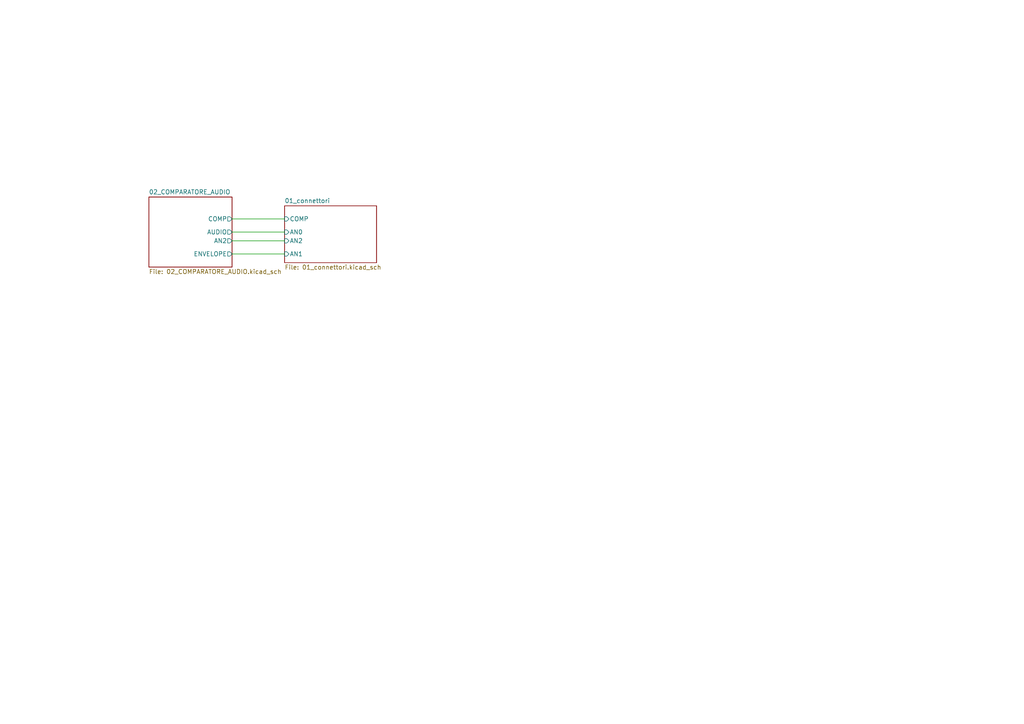
<source format=kicad_sch>
(kicad_sch (version 20211123) (generator eeschema)

  (uuid 9bac9ad3-a7b9-47f0-87c7-d8630653df68)

  (paper "A4")

  (lib_symbols
  )


  (wire (pts (xy 67.31 63.5) (xy 82.55 63.5))
    (stroke (width 0) (type default) (color 0 0 0 0))
    (uuid 221bef83-3ea7-4d3f-adeb-53a8a07c6273)
  )
  (wire (pts (xy 67.31 69.85) (xy 82.55 69.85))
    (stroke (width 0) (type default) (color 0 0 0 0))
    (uuid 2d9a7201-e594-4543-a912-cdcc887a8f42)
  )
  (wire (pts (xy 67.31 73.66) (xy 82.55 73.66))
    (stroke (width 0) (type default) (color 0 0 0 0))
    (uuid 4ba06b66-7669-4c70-b585-f5d4c9c33527)
  )
  (wire (pts (xy 67.31 67.31) (xy 82.55 67.31))
    (stroke (width 0) (type default) (color 0 0 0 0))
    (uuid b52d6ff3-fef1-496e-8dd5-ebb89b6bce6a)
  )

  (sheet (at 82.55 59.69) (size 26.67 16.51) (fields_autoplaced)
    (stroke (width 0) (type solid) (color 0 0 0 0))
    (fill (color 0 0 0 0.0000))
    (uuid 00000000-0000-0000-0000-000060a30064)
    (property "Sheet name" "01_connettori" (id 0) (at 82.55 58.9784 0)
      (effects (font (size 1.27 1.27)) (justify left bottom))
    )
    (property "Sheet file" "01_connettori.kicad_sch" (id 1) (at 82.55 76.7846 0)
      (effects (font (size 1.27 1.27)) (justify left top))
    )
    (pin "COMP" input (at 82.55 63.5 180)
      (effects (font (size 1.27 1.27)) (justify left))
      (uuid 143ed874-a01f-4ced-ba4e-bbb66ddd1f70)
    )
    (pin "AN0" input (at 82.55 67.31 180)
      (effects (font (size 1.27 1.27)) (justify left))
      (uuid 795e68e2-c9ba-45cf-9bff-89b8fae05b5a)
    )
    (pin "AN1" input (at 82.55 73.66 180)
      (effects (font (size 1.27 1.27)) (justify left))
      (uuid 8fcec304-c6b1-4655-8326-beacd0476953)
    )
    (pin "AN2" input (at 82.55 69.85 180)
      (effects (font (size 1.27 1.27)) (justify left))
      (uuid 3ddca811-c302-4a09-b46b-6ace666132bf)
    )
  )

  (sheet (at 43.18 57.15) (size 24.13 20.32) (fields_autoplaced)
    (stroke (width 0) (type solid) (color 0 0 0 0))
    (fill (color 0 0 0 0.0000))
    (uuid 00000000-0000-0000-0000-000060ba5840)
    (property "Sheet name" "02_COMPARATORE_AUDIO" (id 0) (at 43.18 56.4384 0)
      (effects (font (size 1.27 1.27)) (justify left bottom))
    )
    (property "Sheet file" "02_COMPARATORE_AUDIO.kicad_sch" (id 1) (at 43.18 78.0546 0)
      (effects (font (size 1.27 1.27)) (justify left top))
    )
    (pin "AUDIO" output (at 67.31 67.31 0)
      (effects (font (size 1.27 1.27)) (justify right))
      (uuid bc0dbc57-3ae8-4ce5-a05c-2d6003bba475)
    )
    (pin "ENVELOPE" output (at 67.31 73.66 0)
      (effects (font (size 1.27 1.27)) (justify right))
      (uuid 00f3ea8b-8a54-4e56-84ff-d98f6c00496c)
    )
    (pin "COMP" output (at 67.31 63.5 0)
      (effects (font (size 1.27 1.27)) (justify right))
      (uuid 009b5465-0a65-4237-93e7-eb65321eeb18)
    )
    (pin "AN2" output (at 67.31 69.85 0)
      (effects (font (size 1.27 1.27)) (justify right))
      (uuid 50142aa3-3c68-416b-a1f2-8d9740d8779a)
    )
  )

  (sheet_instances
    (path "/" (page "1"))
    (path "/00000000-0000-0000-0000-000060a30064" (page "2"))
    (path "/00000000-0000-0000-0000-000060ba5840" (page "3"))
  )

  (symbol_instances
    (path "/00000000-0000-0000-0000-000060a30064/00000000-0000-0000-0000-000060a602ef"
      (reference "#PWR01") (unit 1) (value "GND") (footprint "")
    )
    (path "/00000000-0000-0000-0000-000060a30064/00000000-0000-0000-0000-000060a60303"
      (reference "#PWR02") (unit 1) (value "+5V") (footprint "")
    )
    (path "/00000000-0000-0000-0000-000060a30064/00000000-0000-0000-0000-000060a603d7"
      (reference "#PWR03") (unit 1) (value "+5V") (footprint "")
    )
    (path "/00000000-0000-0000-0000-000060a30064/00000000-0000-0000-0000-000060a60323"
      (reference "#PWR04") (unit 1) (value "GND") (footprint "")
    )
    (path "/00000000-0000-0000-0000-000060a30064/00000000-0000-0000-0000-000060a60329"
      (reference "#PWR05") (unit 1) (value "GND") (footprint "")
    )
    (path "/00000000-0000-0000-0000-000060a30064/00000000-0000-0000-0000-000060a60484"
      (reference "#PWR06") (unit 1) (value "+3V3") (footprint "")
    )
    (path "/00000000-0000-0000-0000-000060a30064/00000000-0000-0000-0000-000060a6032f"
      (reference "#PWR07") (unit 1) (value "GND") (footprint "")
    )
    (path "/00000000-0000-0000-0000-000060a30064/00000000-0000-0000-0000-000060a60494"
      (reference "#PWR08") (unit 1) (value "GND") (footprint "")
    )
    (path "/00000000-0000-0000-0000-000060a30064/00000000-0000-0000-0000-000060a6047d"
      (reference "#PWR09") (unit 1) (value "+5V") (footprint "")
    )
    (path "/00000000-0000-0000-0000-000060a30064/00000000-0000-0000-0000-000060a60467"
      (reference "#PWR010") (unit 1) (value "GND") (footprint "")
    )
    (path "/00000000-0000-0000-0000-000060a30064/00000000-0000-0000-0000-000060a60473"
      (reference "#PWR011") (unit 1) (value "GND") (footprint "")
    )
    (path "/00000000-0000-0000-0000-000060a30064/00000000-0000-0000-0000-000060a6048c"
      (reference "#PWR012") (unit 1) (value "+3V3") (footprint "")
    )
    (path "/00000000-0000-0000-0000-000060a30064/00000000-0000-0000-0000-000060a603df"
      (reference "#PWR013") (unit 1) (value "+5V") (footprint "")
    )
    (path "/00000000-0000-0000-0000-000060a30064/00000000-0000-0000-0000-000060a603e7"
      (reference "#PWR014") (unit 1) (value "+5V") (footprint "")
    )
    (path "/00000000-0000-0000-0000-000060a30064/00000000-0000-0000-0000-000060a603a5"
      (reference "#PWR015") (unit 1) (value "GND") (footprint "")
    )
    (path "/00000000-0000-0000-0000-000060a30064/00000000-0000-0000-0000-000060a603af"
      (reference "#PWR016") (unit 1) (value "GND") (footprint "")
    )
    (path "/00000000-0000-0000-0000-000060a30064/c0e792a0-d8a3-464e-b4fc-a9e73918ab38"
      (reference "#PWR017") (unit 1) (value "GND") (footprint "")
    )
    (path "/00000000-0000-0000-0000-000060a30064/00000000-0000-0000-0000-000060a60366"
      (reference "#PWR018") (unit 1) (value "GND") (footprint "")
    )
    (path "/00000000-0000-0000-0000-000060a30064/00000000-0000-0000-0000-000060a603cf"
      (reference "#PWR019") (unit 1) (value "+5V") (footprint "")
    )
    (path "/00000000-0000-0000-0000-000060a30064/00000000-0000-0000-0000-000060a6043b"
      (reference "#PWR020") (unit 1) (value "+5V") (footprint "")
    )
    (path "/00000000-0000-0000-0000-000060a30064/00000000-0000-0000-0000-000060a60344"
      (reference "#PWR021") (unit 1) (value "GND") (footprint "")
    )
    (path "/00000000-0000-0000-0000-000060a30064/e7b0fc23-5de5-49e8-a92b-7dd4061ddcfa"
      (reference "#PWR022") (unit 1) (value "GND") (footprint "")
    )
    (path "/00000000-0000-0000-0000-000060a30064/86aec772-6ba5-42e7-9cdb-19bd4cbaec47"
      (reference "#PWR023") (unit 1) (value "GND") (footprint "")
    )
    (path "/00000000-0000-0000-0000-000060ba5840/00000000-0000-0000-0000-000060ac5af7"
      (reference "#PWR024") (unit 1) (value "GND") (footprint "")
    )
    (path "/00000000-0000-0000-0000-000060ba5840/00000000-0000-0000-0000-000060ad3f3c"
      (reference "#PWR025") (unit 1) (value "GND") (footprint "")
    )
    (path "/00000000-0000-0000-0000-000060ba5840/00000000-0000-0000-0000-000060b0ccc7"
      (reference "#PWR026") (unit 1) (value "+5VA") (footprint "")
    )
    (path "/00000000-0000-0000-0000-000060ba5840/00000000-0000-0000-0000-000060b0aeb5"
      (reference "#PWR027") (unit 1) (value "GND") (footprint "")
    )
    (path "/00000000-0000-0000-0000-000060ba5840/00000000-0000-0000-0000-000060b19a8e"
      (reference "#PWR028") (unit 1) (value "GND") (footprint "")
    )
    (path "/00000000-0000-0000-0000-000060ba5840/00000000-0000-0000-0000-000060b24db2"
      (reference "#PWR029") (unit 1) (value "+5VA") (footprint "")
    )
    (path "/00000000-0000-0000-0000-000060a30064/745aa22a-d33d-4f55-927f-de10b664aab8"
      (reference "#PWR030") (unit 1) (value "GND") (footprint "")
    )
    (path "/00000000-0000-0000-0000-000060a30064/224dd62f-0816-40b3-8c62-944030bcf676"
      (reference "#PWR031") (unit 1) (value "GND") (footprint "")
    )
    (path "/00000000-0000-0000-0000-000060a30064/528aed1d-34cb-476b-ab27-b205e56f5e64"
      (reference "#PWR032") (unit 1) (value "+3V3") (footprint "")
    )
    (path "/00000000-0000-0000-0000-000060ba5840/e2802236-0b9d-4378-acc3-ff56c139e92e"
      (reference "#PWR033") (unit 1) (value "GND") (footprint "")
    )
    (path "/00000000-0000-0000-0000-000060a30064/07a259e6-8889-4d9d-80fa-d8f79ab89fa0"
      (reference "#PWR034") (unit 1) (value "GND") (footprint "")
    )
    (path "/00000000-0000-0000-0000-000060a30064/b7835373-294b-47f9-8b6a-ca51871be85f"
      (reference "#PWR035") (unit 1) (value "GND") (footprint "")
    )
    (path "/00000000-0000-0000-0000-000060ba5840/04163bc6-4441-4626-902f-4f8d49b31685"
      (reference "#PWR036") (unit 1) (value "+5V") (footprint "")
    )
    (path "/00000000-0000-0000-0000-000060ba5840/38eaec00-4429-4f4b-a2ad-383b13fa04cb"
      (reference "#PWR037") (unit 1) (value "+5VA") (footprint "")
    )
    (path "/00000000-0000-0000-0000-000060ba5840/43279136-df01-426a-8ad0-e4f07790494e"
      (reference "#PWR038") (unit 1) (value "GND") (footprint "")
    )
    (path "/00000000-0000-0000-0000-000060ba5840/f9ab7d77-acd0-4e1e-b19b-f2a817c5fa10"
      (reference "#PWR039") (unit 1) (value "+5VA") (footprint "")
    )
    (path "/00000000-0000-0000-0000-000060ba5840/64aae406-c192-48ac-9d28-fd597e20800b"
      (reference "#PWR040") (unit 1) (value "GND") (footprint "")
    )
    (path "/00000000-0000-0000-0000-000060a30064/3fe00871-e49d-4a65-b22e-136807e09f7d"
      (reference "#PWR041") (unit 1) (value "GND") (footprint "")
    )
    (path "/00000000-0000-0000-0000-000060a30064/62a73d66-06c1-4a78-a8b7-6f4204e3dca9"
      (reference "#PWR0102") (unit 1) (value "GND") (footprint "")
    )
    (path "/00000000-0000-0000-0000-000060ba5840/00000000-0000-0000-0000-000060aa36d4"
      (reference "#PWR0110") (unit 1) (value "GND") (footprint "")
    )
    (path "/00000000-0000-0000-0000-000060ba5840/00000000-0000-0000-0000-000060aa5255"
      (reference "#PWR0111") (unit 1) (value "+5VA") (footprint "")
    )
    (path "/00000000-0000-0000-0000-000060ba5840/00000000-0000-0000-0000-000060aa5b71"
      (reference "#PWR0112") (unit 1) (value "+5VA") (footprint "")
    )
    (path "/00000000-0000-0000-0000-000060a30064/00000000-0000-0000-0000-000060b7fcbe"
      (reference "#PWR0113") (unit 1) (value "GND") (footprint "")
    )
    (path "/00000000-0000-0000-0000-000060a30064/00000000-0000-0000-0000-000060ba3f99"
      (reference "#PWR0114") (unit 1) (value "+5V") (footprint "")
    )
    (path "/00000000-0000-0000-0000-000060a30064/00000000-0000-0000-0000-000060bf4177"
      (reference "#PWR0115") (unit 1) (value "GND") (footprint "")
    )
    (path "/00000000-0000-0000-0000-000060a30064/00000000-0000-0000-0000-000060c00940"
      (reference "#PWR0116") (unit 1) (value "+5V") (footprint "")
    )
    (path "/00000000-0000-0000-0000-000060a30064/00000000-0000-0000-0000-000060a602aa"
      (reference "ANALOGICI1") (unit 1) (value "Conn_01x06") (footprint "Connector_PinHeader_2.54mm:PinHeader_1x06_P2.54mm_Vertical")
    )
    (path "/00000000-0000-0000-0000-000060a30064/00000000-0000-0000-0000-000060a60315"
      (reference "C1") (unit 1) (value "10uF 10V") (footprint "Capacitor_SMD:C_0805_2012Metric_Pad1.15x1.40mm_HandSolder")
    )
    (path "/00000000-0000-0000-0000-000060a30064/00000000-0000-0000-0000-000060a6031b"
      (reference "C2") (unit 1) (value "10uF 10V") (footprint "Capacitor_SMD:C_0805_2012Metric_Pad1.15x1.40mm_HandSolder")
    )
    (path "/00000000-0000-0000-0000-000060a30064/00000000-0000-0000-0000-000060a6039f"
      (reference "C3") (unit 1) (value "100nF") (footprint "Capacitor_SMD:C_0805_2012Metric_Pad1.15x1.40mm_HandSolder")
    )
    (path "/00000000-0000-0000-0000-000060a30064/00000000-0000-0000-0000-000060a60399"
      (reference "C4") (unit 1) (value "100nF") (footprint "Capacitor_SMD:C_0805_2012Metric_Pad1.15x1.40mm_HandSolder")
    )
    (path "/00000000-0000-0000-0000-000060ba5840/3258ef2e-7dfd-4b7b-a84c-a8f03af613a6"
      (reference "C5") (unit 1) (value "865080253012 470uF 10V") (footprint "Capacitor_SMD:CP_Elec_8x6.2")
    )
    (path "/00000000-0000-0000-0000-000060ba5840/00000000-0000-0000-0000-000060baa06b"
      (reference "C6") (unit 1) (value "10uF 10V") (footprint "Capacitor_SMD:C_0805_2012Metric_Pad1.15x1.40mm_HandSolder")
    )
    (path "/00000000-0000-0000-0000-000060ba5840/00000000-0000-0000-0000-000060ab43a5"
      (reference "C7") (unit 1) (value "1uF 10V") (footprint "Capacitor_SMD:C_0805_2012Metric_Pad1.15x1.40mm_HandSolder")
    )
    (path "/00000000-0000-0000-0000-000060ba5840/00000000-0000-0000-0000-000060ad1e05"
      (reference "C8") (unit 1) (value "10uF 10V") (footprint "Capacitor_SMD:C_0805_2012Metric_Pad1.15x1.40mm_HandSolder")
    )
    (path "/00000000-0000-0000-0000-000060ba5840/00000000-0000-0000-0000-000060b12563"
      (reference "C9") (unit 1) (value "100nF") (footprint "Capacitor_SMD:C_0805_2012Metric_Pad1.15x1.40mm_HandSolder")
    )
    (path "/00000000-0000-0000-0000-000060a30064/b0510a96-0f3f-4e3c-9142-c3a7ca59152e"
      (reference "C10") (unit 1) (value "100nF") (footprint "Capacitor_SMD:C_0805_2012Metric_Pad1.18x1.45mm_HandSolder")
    )
    (path "/00000000-0000-0000-0000-000060ba5840/5dd0dfc1-7ccb-4d31-b8e1-651d7d8aa9a2"
      (reference "C11") (unit 1) (value "10uF 10V") (footprint "Capacitor_SMD:C_0805_2012Metric_Pad1.18x1.45mm_HandSolder")
    )
    (path "/00000000-0000-0000-0000-000060a30064/00000000-0000-0000-0000-000060a6035c"
      (reference "D1") (unit 1) (value "LED") (footprint "LED_SMD:LED_0805_2012Metric")
    )
    (path "/00000000-0000-0000-0000-000060a30064/1e3639f5-e7e3-4694-9294-3921c4c3d8d8"
      (reference "D2") (unit 1) (value "1N4001") (footprint "Diode_THT:D_DO-41_SOD81_P10.16mm_Horizontal")
    )
    (path "/00000000-0000-0000-0000-000060a30064/00000000-0000-0000-0000-000060a60430"
      (reference "D3") (unit 1) (value "LED_ABRG") (footprint "LED_THT:LED_D5.0mm-4_RGB")
    )
    (path "/00000000-0000-0000-0000-000060a30064/64fbefce-a964-4fb3-859a-3fdb8eab745c"
      (reference "D6") (unit 1) (value "AQ3530-01FTG") (footprint "LibraryLoaderAuto:SOD2613X100N")
    )
    (path "/00000000-0000-0000-0000-000060ba5840/8b020a9d-e93f-42ba-a4ff-c7d25b387651"
      (reference "D7") (unit 1) (value "BAT54T1G") (footprint "LibraryLoaderAuto:SOD3716X135N")
    )
    (path "/00000000-0000-0000-0000-000060ba5840/9b941728-1911-49c7-a48b-ce666e71acfc"
      (reference "D9") (unit 1) (value "BAT54T1G") (footprint "LibraryLoaderAuto:SOD3716X135N")
    )
    (path "/00000000-0000-0000-0000-000060a30064/00000000-0000-0000-0000-000060a602b6"
      (reference "Digitali1") (unit 1) (value "Conn_01x10") (footprint "Connector_PinHeader_2.54mm:PinHeader_1x10_P2.54mm_Vertical")
    )
    (path "/00000000-0000-0000-0000-000060a30064/00000000-0000-0000-0000-000060a602ce"
      (reference "Digitali2") (unit 1) (value "Conn_01x08") (footprint "Connector_PinHeader_2.54mm:PinHeader_1x08_P2.54mm_Vertical")
    )
    (path "/00000000-0000-0000-0000-000060a30064/5e6a1561-db61-42a3-84af-2e311add4638"
      (reference "ESP8266") (unit 1) (value "SSW-104-01-L-D") (footprint "LibraryLoaderAuto:RHDR8W79P254_2X4_1067X495X851P")
    )
    (path "/00000000-0000-0000-0000-000060a30064/00000000-0000-0000-0000-000060a602fa"
      (reference "F1") (unit 1) (value "0ZCH0150FF2E") (footprint "Fuse:Fuse_1210_3225Metric_Pad1.42x2.65mm_HandSolder")
    )
    (path "/00000000-0000-0000-0000-000060a30064/56fd2cd9-bc76-4611-a902-08a144812556"
      (reference "FID1") (unit 1) (value "Fiducial") (footprint "Fiducial:Fiducial_1mm_Mask2mm")
    )
    (path "/00000000-0000-0000-0000-000060a30064/0157b98a-84a7-4d59-a50d-102fbca359f1"
      (reference "FID2") (unit 1) (value "Fiducial") (footprint "Fiducial:Fiducial_1mm_Mask2mm")
    )
    (path "/00000000-0000-0000-0000-000060a30064/49a9dbc8-93ca-48d4-8cc3-afa509b21ae5"
      (reference "FID3") (unit 1) (value "Fiducial") (footprint "Fiducial:Fiducial_1mm_Mask2mm")
    )
    (path "/00000000-0000-0000-0000-000060a30064/c98aafef-fa2a-43fb-9fb2-1840b4509543"
      (reference "GPIO2") (unit 1) (value "GPIO2") (footprint "TestPoint:TestPoint_Pad_1.5x1.5mm")
    )
    (path "/00000000-0000-0000-0000-000060a30064/00000000-0000-0000-0000-000060bd6409"
      (reference "H1") (unit 1) (value "MountingHole") (footprint "MountingHole:MountingHole_3.2mm_M3")
    )
    (path "/00000000-0000-0000-0000-000060a30064/00000000-0000-0000-0000-000060bd6c63"
      (reference "H2") (unit 1) (value "MountingHole") (footprint "MountingHole:MountingHole_3.2mm_M3")
    )
    (path "/00000000-0000-0000-0000-000060a30064/00000000-0000-0000-0000-000060bd763f"
      (reference "H3") (unit 1) (value "MountingHole") (footprint "MountingHole:MountingHole_3.2mm_M3")
    )
    (path "/00000000-0000-0000-0000-000060a30064/486e5e40-1002-43ec-853c-469fa45512ef"
      (reference "H4") (unit 1) (value "MountingHole") (footprint "MountingHole:MountingHole_3.2mm_M3")
    )
    (path "/00000000-0000-0000-0000-000060a30064/00000000-0000-0000-0000-000060a6044d"
      (reference "J1") (unit 1) (value "Conn_01x09") (footprint "Connector_PinHeader_2.54mm:PinHeader_1x09_P2.54mm_Vertical")
    )
    (path "/00000000-0000-0000-0000-000060a30064/00000000-0000-0000-0000-000060a60453"
      (reference "J2") (unit 1) (value "Conn_01x09") (footprint "Connector_PinHeader_2.54mm:PinHeader_1x09_P2.54mm_Vertical")
    )
    (path "/00000000-0000-0000-0000-000060a30064/00000000-0000-0000-0000-000060a6037c"
      (reference "J3") (unit 1) (value "TERMINAL BLOCK 3 POSIZIONI") (footprint "LibraryLoaderAuto:TB00950803BE")
    )
    (path "/00000000-0000-0000-0000-000060a30064/e4373352-64d7-4fb2-beb9-9061c661c516"
      (reference "JP1") (unit 1) (value "Jumper_2_Bridged") (footprint "Connector_PinHeader_2.54mm:PinHeader_1x02_P2.54mm_Vertical")
    )
    (path "/00000000-0000-0000-0000-000060a30064/00000000-0000-0000-0000-000060b374d6"
      (reference "K1") (unit 1) (value "SRD-05VDC-SL-C") (footprint "RELAY_SRD-05VDC-SL-C")
    )
    (path "/00000000-0000-0000-0000-000060ba5840/2e8141a5-6c04-4672-9cce-60f71f5df0a4"
      (reference "L1") (unit 1) (value "B82442T1685K050") (footprint "LibraryLoaderAuto:INDPM5850X530N")
    )
    (path "/00000000-0000-0000-0000-000060ba5840/48ebfbac-0a82-45ea-8d3f-2567180cee4e"
      (reference "MIC1") (unit 1) (value "CMEJ-0415-42-LP") (footprint "LibraryLoaderAuto:CMEJ041542LP")
    )
    (path "/00000000-0000-0000-0000-000060a30064/00000000-0000-0000-0000-000060a602b0"
      (reference "Power1") (unit 1) (value "Conn_01x08") (footprint "Connector_PinHeader_2.54mm:PinHeader_1x08_P2.54mm_Vertical")
    )
    (path "/00000000-0000-0000-0000-000060a30064/37950b46-905c-4ed6-8247-f3e6b78707fd"
      (reference "Q1") (unit 1) (value "BC848") (footprint "Package_TO_SOT_SMD:SOT-23")
    )
    (path "/00000000-0000-0000-0000-000060a30064/c9fb69d4-4da9-40c5-9c0e-068d1c100f43"
      (reference "Q2") (unit 1) (value "DMN3404L") (footprint "Package_TO_SOT_SMD:SOT-23")
    )
    (path "/00000000-0000-0000-0000-000060a30064/edb16cfe-6d12-40e1-98de-34e7bbce167e"
      (reference "Q3") (unit 1) (value "BC848") (footprint "Package_TO_SOT_SMD:SOT-23")
    )
    (path "/00000000-0000-0000-0000-000060a30064/fe9721b7-b0a8-43d3-8fc7-726e20ca15ec"
      (reference "Q4") (unit 1) (value "BC848") (footprint "Package_TO_SOT_SMD:SOT-23")
    )
    (path "/00000000-0000-0000-0000-000060a30064/00000000-0000-0000-0000-000060a603b6"
      (reference "R1") (unit 1) (value "10K") (footprint "Resistor_SMD:R_0805_2012Metric_Pad1.15x1.40mm_HandSolder")
    )
    (path "/00000000-0000-0000-0000-000060a30064/00000000-0000-0000-0000-000060a603c2"
      (reference "R2") (unit 1) (value "10K") (footprint "Resistor_SMD:R_0805_2012Metric_Pad1.15x1.40mm_HandSolder")
    )
    (path "/00000000-0000-0000-0000-000060a30064/00000000-0000-0000-0000-000060a6041b"
      (reference "R3") (unit 1) (value "220R") (footprint "Resistor_SMD:R_0805_2012Metric_Pad1.15x1.40mm_HandSolder")
    )
    (path "/00000000-0000-0000-0000-000060a30064/00000000-0000-0000-0000-000060a60356"
      (reference "R4") (unit 1) (value "1K") (footprint "Resistor_SMD:R_0805_2012Metric_Pad1.15x1.40mm_HandSolder")
    )
    (path "/00000000-0000-0000-0000-000060a30064/00000000-0000-0000-0000-000060a60421"
      (reference "R5") (unit 1) (value "220R") (footprint "Resistor_SMD:R_0805_2012Metric_Pad1.15x1.40mm_HandSolder")
    )
    (path "/00000000-0000-0000-0000-000060a30064/00000000-0000-0000-0000-000060a60427"
      (reference "R6") (unit 1) (value "220R") (footprint "Resistor_SMD:R_0805_2012Metric_Pad1.15x1.40mm_HandSolder")
    )
    (path "/00000000-0000-0000-0000-000060ba5840/00000000-0000-0000-0000-000060ba7026"
      (reference "R7") (unit 1) (value "2k2") (footprint "Resistor_SMD:R_0805_2012Metric_Pad1.15x1.40mm_HandSolder")
    )
    (path "/00000000-0000-0000-0000-000060ba5840/00000000-0000-0000-0000-000060bab843"
      (reference "R8") (unit 1) (value "1k") (footprint "Resistor_SMD:R_0805_2012Metric_Pad1.15x1.40mm_HandSolder")
    )
    (path "/00000000-0000-0000-0000-000060ba5840/00000000-0000-0000-0000-000060a986c7"
      (reference "R9") (unit 1) (value "10k") (footprint "Resistor_SMD:R_0805_2012Metric_Pad1.15x1.40mm_HandSolder")
    )
    (path "/00000000-0000-0000-0000-000060ba5840/00000000-0000-0000-0000-000060a98adc"
      (reference "R10") (unit 1) (value "10k") (footprint "Resistor_SMD:R_0805_2012Metric_Pad1.15x1.40mm_HandSolder")
    )
    (path "/00000000-0000-0000-0000-000060ba5840/00000000-0000-0000-0000-000060aa712f"
      (reference "R11") (unit 1) (value "100R") (footprint "Resistor_SMD:R_0805_2012Metric_Pad1.15x1.40mm_HandSolder")
    )
    (path "/00000000-0000-0000-0000-000060ba5840/00000000-0000-0000-0000-000060ab16f0"
      (reference "R12") (unit 1) (value "10k") (footprint "Resistor_SMD:R_0805_2012Metric_Pad1.15x1.40mm_HandSolder")
    )
    (path "/00000000-0000-0000-0000-000060ba5840/00000000-0000-0000-0000-000060ab9b2f"
      (reference "R13") (unit 1) (value "100k") (footprint "Resistor_SMD:R_0805_2012Metric_Pad1.15x1.40mm_HandSolder")
    )
    (path "/00000000-0000-0000-0000-000060ba5840/00000000-0000-0000-0000-000060acaaaa"
      (reference "R14") (unit 1) (value "100R") (footprint "Resistor_SMD:R_0805_2012Metric_Pad1.15x1.40mm_HandSolder")
    )
    (path "/00000000-0000-0000-0000-000060ba5840/00000000-0000-0000-0000-000060ad76f7"
      (reference "R15") (unit 1) (value "1k") (footprint "Resistor_SMD:R_0805_2012Metric_Pad1.15x1.40mm_HandSolder")
    )
    (path "/00000000-0000-0000-0000-000060ba5840/00000000-0000-0000-0000-000060adfdf1"
      (reference "R16") (unit 1) (value "100R") (footprint "Resistor_SMD:R_0805_2012Metric_Pad1.15x1.40mm_HandSolder")
    )
    (path "/00000000-0000-0000-0000-000060ba5840/00000000-0000-0000-0000-000060aeed64"
      (reference "R17") (unit 1) (value "1k") (footprint "Resistor_SMD:R_0805_2012Metric_Pad1.15x1.40mm_HandSolder")
    )
    (path "/00000000-0000-0000-0000-000060ba5840/00000000-0000-0000-0000-000060af3233"
      (reference "R18") (unit 1) (value "22k") (footprint "Resistor_SMD:R_0805_2012Metric_Pad1.15x1.40mm_HandSolder")
    )
    (path "/00000000-0000-0000-0000-000060ba5840/00000000-0000-0000-0000-000060af4d65"
      (reference "R19") (unit 1) (value "6k8") (footprint "Resistor_SMD:R_0805_2012Metric_Pad1.15x1.40mm_HandSolder")
    )
    (path "/00000000-0000-0000-0000-000060ba5840/00000000-0000-0000-0000-000060af1074"
      (reference "R20") (unit 1) (value "10k") (footprint "Resistor_SMD:R_0805_2012Metric_Pad1.15x1.40mm_HandSolder")
    )
    (path "/00000000-0000-0000-0000-000060ba5840/00000000-0000-0000-0000-000060b1ba3a"
      (reference "R21") (unit 1) (value "100R") (footprint "Resistor_SMD:R_0805_2012Metric_Pad1.15x1.40mm_HandSolder")
    )
    (path "/00000000-0000-0000-0000-000060a30064/00000000-0000-0000-0000-000060bac7b1"
      (reference "R22") (unit 1) (value "10k") (footprint "Resistor_SMD:R_0805_2012Metric_Pad1.15x1.40mm_HandSolder")
    )
    (path "/00000000-0000-0000-0000-000060a30064/80475400-1027-4923-b42d-1c132c50e14a"
      (reference "R23") (unit 1) (value "100R") (footprint "Resistor_SMD:R_0805_2012Metric_Pad1.20x1.40mm_HandSolder")
    )
    (path "/00000000-0000-0000-0000-000060ba5840/9564def4-14ff-42cb-8ad7-7ae3beaae468"
      (reference "R24") (unit 1) (value "6k8") (footprint "Resistor_SMD:R_0805_2012Metric_Pad1.20x1.40mm_HandSolder")
    )
    (path "/00000000-0000-0000-0000-000060a30064/a94045ad-f8d6-4144-b79b-2357f0bac5eb"
      (reference "R25") (unit 1) (value "1K") (footprint "Resistor_SMD:R_0805_2012Metric_Pad1.20x1.40mm_HandSolder")
    )
    (path "/00000000-0000-0000-0000-000060a30064/58ad2375-fd9c-4bce-abd3-597aeefbccf7"
      (reference "R26") (unit 1) (value "3k3") (footprint "Resistor_SMD:R_0805_2012Metric_Pad1.20x1.40mm_HandSolder")
    )
    (path "/00000000-0000-0000-0000-000060a30064/750b366b-01ed-405e-b63f-56dff4e99310"
      (reference "R27") (unit 1) (value "1K") (footprint "Resistor_SMD:R_0805_2012Metric_Pad1.20x1.40mm_HandSolder")
    )
    (path "/00000000-0000-0000-0000-000060a30064/602a986b-7430-4b86-95e4-a4144ac2a10b"
      (reference "R28") (unit 1) (value "1K") (footprint "Resistor_SMD:R_0805_2012Metric_Pad1.20x1.40mm_HandSolder")
    )
    (path "/00000000-0000-0000-0000-000060a30064/e9f0d691-9cf8-4537-908c-3913c0b46241"
      (reference "R29") (unit 1) (value "0R") (footprint "Resistor_SMD:R_0805_2012Metric_Pad1.20x1.40mm_HandSolder")
    )
    (path "/00000000-0000-0000-0000-000060a30064/07ca7834-ec1f-47d7-a645-677d59e99ad5"
      (reference "R30") (unit 1) (value "1k") (footprint "Resistor_SMD:R_0805_2012Metric_Pad1.20x1.40mm_HandSolder")
    )
    (path "/00000000-0000-0000-0000-000060a30064/ba11d6ed-7456-4d99-9d22-587da00979dd"
      (reference "R31") (unit 1) (value "2K2") (footprint "Resistor_SMD:R_0805_2012Metric_Pad1.20x1.40mm_HandSolder")
    )
    (path "/00000000-0000-0000-0000-000060a30064/a8113183-7d10-498d-b381-cdd127b99ad5"
      (reference "R32") (unit 1) (value "0R") (footprint "Resistor_SMD:R_0805_2012Metric_Pad1.20x1.40mm_HandSolder")
    )
    (path "/00000000-0000-0000-0000-000060ba5840/e8863b0a-bdcc-4c2a-b3e9-c6dcfc091d1e"
      (reference "R33") (unit 1) (value "100k") (footprint "Resistor_SMD:R_0805_2012Metric_Pad1.20x1.40mm_HandSolder")
    )
    (path "/00000000-0000-0000-0000-000060a30064/acb71ecf-3afc-43a9-a676-a8a6c036ccc5"
      (reference "R34") (unit 1) (value "220k") (footprint "Resistor_SMD:R_0805_2012Metric_Pad1.20x1.40mm_HandSolder")
    )
    (path "/00000000-0000-0000-0000-000060a30064/cfb48bc9-aa1d-469d-9d90-24dac9ea476d"
      (reference "R35") (unit 1) (value "10K") (footprint "Resistor_SMD:R_0805_2012Metric_Pad1.20x1.40mm_HandSolder")
    )
    (path "/00000000-0000-0000-0000-000060a30064/24af6112-48b0-4e8e-b175-85eb63f40eab"
      (reference "SW1") (unit 1) (value "SW_Push") (footprint "Button_Switch_THT:SW_PUSH_6mm_H4.3mm")
    )
    (path "/00000000-0000-0000-0000-000060a30064/9d31b3d1-dfcf-4d06-b1f7-50e9d900ea9a"
      (reference "SW2") (unit 1) (value "SW_Push") (footprint "Button_Switch_THT:SW_PUSH_6mm_H4.3mm")
    )
    (path "/00000000-0000-0000-0000-000060a30064/00000000-0000-0000-0000-000060bbe738"
      (reference "TEMP1") (unit 1) (value "Conn_01x03") (footprint "Connector_PinSocket_2.54mm:PinSocket_1x03_P2.54mm_Vertical")
    )
    (path "/00000000-0000-0000-0000-000060a30064/00000000-0000-0000-0000-000060bbfaeb"
      (reference "TEMP2") (unit 1) (value "Conn_01x03") (footprint "Connector_PinSocket_2.54mm:PinSocket_1x03_P2.54mm_Vertical")
    )
    (path "/00000000-0000-0000-0000-000060a30064/00000000-0000-0000-0000-000060a6030f"
      (reference "U1") (unit 1) (value "NCP1117-3.3") (footprint "Package_TO_SOT_SMD:TO-252-2")
    )
    (path "/00000000-0000-0000-0000-000060ba5840/00000000-0000-0000-0000-000060a9cd60"
      (reference "U2") (unit 1) (value "LM324DR2G") (footprint "Package_SO:SOIC-14_3.9x8.7mm_P1.27mm")
    )
    (path "/00000000-0000-0000-0000-000060ba5840/00000000-0000-0000-0000-000060aab060"
      (reference "U2") (unit 2) (value "LM324DR2G") (footprint "Package_SO:SOIC-14_3.9x8.7mm_P1.27mm")
    )
    (path "/00000000-0000-0000-0000-000060ba5840/00000000-0000-0000-0000-000060aac486"
      (reference "U2") (unit 3) (value "LM324DR2G") (footprint "Package_SO:SOIC-14_3.9x8.7mm_P1.27mm")
    )
    (path "/00000000-0000-0000-0000-000060ba5840/00000000-0000-0000-0000-000060aada96"
      (reference "U2") (unit 4) (value "LM324DR2G") (footprint "Package_SO:SOIC-14_3.9x8.7mm_P1.27mm")
    )
    (path "/00000000-0000-0000-0000-000060ba5840/00000000-0000-0000-0000-000060aaf027"
      (reference "U2") (unit 5) (value "LM324DR2G") (footprint "Package_SO:SOIC-14_3.9x8.7mm_P1.27mm")
    )
    (path "/00000000-0000-0000-0000-000060a30064/00000000-0000-0000-0000-000060b7a1b1"
      (reference "U3") (unit 1) (value "DS18B20") (footprint "Package_TO_SOT_THT:TO-92_Inline")
    )
    (path "/00000000-0000-0000-0000-000060ba5840/a70190c1-c69c-439e-b820-56c1f87d6187"
      (reference "VR1") (unit 1) (value "PT10MH01-103A2020-S") (footprint "LibraryLoaderAuto:PT10MH01103A2020S")
    )
  )
)

</source>
